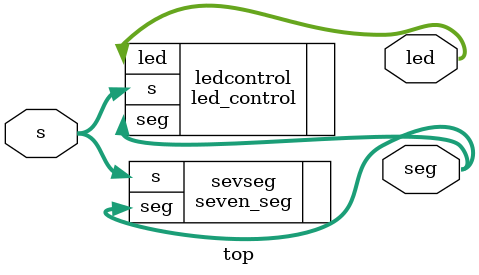
<source format=sv>

module top(
	input logic [3:0] s,
	output logic [2:0] led, 
	output logic [6:0] seg
);

	// led control module
	led_control ledcontrol(.s(s), .led(led), .seg(seg));

    // seven segment module
	seven_seg sevseg(.s(s), .seg(seg));

endmodule
</source>
